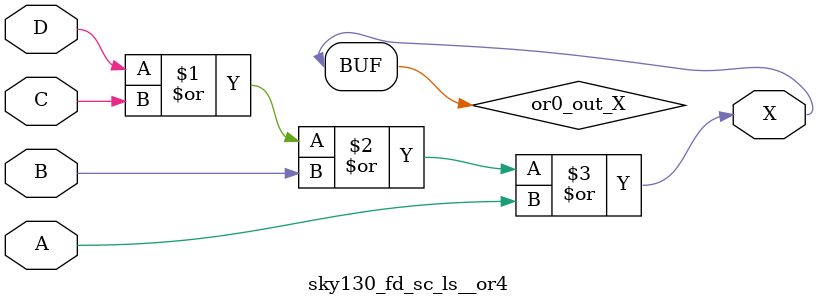
<source format=v>
/*
 * Copyright 2020 The SkyWater PDK Authors
 *
 * Licensed under the Apache License, Version 2.0 (the "License");
 * you may not use this file except in compliance with the License.
 * You may obtain a copy of the License at
 *
 *     https://www.apache.org/licenses/LICENSE-2.0
 *
 * Unless required by applicable law or agreed to in writing, software
 * distributed under the License is distributed on an "AS IS" BASIS,
 * WITHOUT WARRANTIES OR CONDITIONS OF ANY KIND, either express or implied.
 * See the License for the specific language governing permissions and
 * limitations under the License.
 *
 * SPDX-License-Identifier: Apache-2.0
*/


`ifndef SKY130_FD_SC_LS__OR4_FUNCTIONAL_V
`define SKY130_FD_SC_LS__OR4_FUNCTIONAL_V

/**
 * or4: 4-input OR.
 *
 * Verilog simulation functional model.
 */

`timescale 1ns / 1ps
`default_nettype none

`celldefine
module sky130_fd_sc_ls__or4 (
    X,
    A,
    B,
    C,
    D
);

    // Module ports
    output X;
    input  A;
    input  B;
    input  C;
    input  D;

    // Local signals
    wire or0_out_X;

    //  Name  Output     Other arguments
    or  or0  (or0_out_X, D, C, B, A     );
    buf buf0 (X        , or0_out_X      );

endmodule
`endcelldefine

`default_nettype wire
`endif  // SKY130_FD_SC_LS__OR4_FUNCTIONAL_V

</source>
